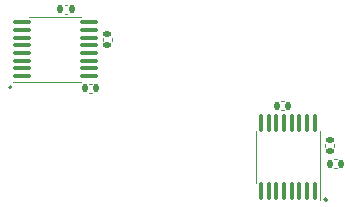
<source format=gbo>
G04 #@! TF.GenerationSoftware,KiCad,Pcbnew,(6.0.2-0)*
G04 #@! TF.CreationDate,2023-02-28T15:21:07-05:00*
G04 #@! TF.ProjectId,daughter_board,64617567-6874-4657-925f-626f6172642e,rev?*
G04 #@! TF.SameCoordinates,Original*
G04 #@! TF.FileFunction,Legend,Bot*
G04 #@! TF.FilePolarity,Positive*
%FSLAX46Y46*%
G04 Gerber Fmt 4.6, Leading zero omitted, Abs format (unit mm)*
G04 Created by KiCad (PCBNEW (6.0.2-0)) date 2023-02-28 15:21:07*
%MOMM*%
%LPD*%
G01*
G04 APERTURE LIST*
G04 Aperture macros list*
%AMRoundRect*
0 Rectangle with rounded corners*
0 $1 Rounding radius*
0 $2 $3 $4 $5 $6 $7 $8 $9 X,Y pos of 4 corners*
0 Add a 4 corners polygon primitive as box body*
4,1,4,$2,$3,$4,$5,$6,$7,$8,$9,$2,$3,0*
0 Add four circle primitives for the rounded corners*
1,1,$1+$1,$2,$3*
1,1,$1+$1,$4,$5*
1,1,$1+$1,$6,$7*
1,1,$1+$1,$8,$9*
0 Add four rect primitives between the rounded corners*
20,1,$1+$1,$2,$3,$4,$5,0*
20,1,$1+$1,$4,$5,$6,$7,0*
20,1,$1+$1,$6,$7,$8,$9,0*
20,1,$1+$1,$8,$9,$2,$3,0*%
%AMHorizOval*
0 Thick line with rounded ends*
0 $1 width*
0 $2 $3 position (X,Y) of the first rounded end (center of the circle)*
0 $4 $5 position (X,Y) of the second rounded end (center of the circle)*
0 Add line between two ends*
20,1,$1,$2,$3,$4,$5,0*
0 Add two circle primitives to create the rounded ends*
1,1,$1,$2,$3*
1,1,$1,$4,$5*%
%AMRotRect*
0 Rectangle, with rotation*
0 The origin of the aperture is its center*
0 $1 length*
0 $2 width*
0 $3 Rotation angle, in degrees counterclockwise*
0 Add horizontal line*
21,1,$1,$2,0,0,$3*%
G04 Aperture macros list end*
%ADD10C,0.150000*%
%ADD11C,0.120000*%
%ADD12C,3.800000*%
%ADD13R,1.000000X1.000000*%
%ADD14O,1.000000X1.000000*%
%ADD15C,0.650000*%
%ADD16O,2.100000X1.000000*%
%ADD17O,1.600000X1.000000*%
%ADD18RotRect,1.000000X1.000000X60.000000*%
%ADD19HorizOval,1.000000X0.000000X0.000000X0.000000X0.000000X0*%
%ADD20RoundRect,0.140000X-0.140000X-0.170000X0.140000X-0.170000X0.140000X0.170000X-0.140000X0.170000X0*%
%ADD21RoundRect,0.140000X0.170000X-0.140000X0.170000X0.140000X-0.170000X0.140000X-0.170000X-0.140000X0*%
%ADD22RoundRect,0.140000X0.140000X0.170000X-0.140000X0.170000X-0.140000X-0.170000X0.140000X-0.170000X0*%
%ADD23RoundRect,0.100000X-0.637500X-0.100000X0.637500X-0.100000X0.637500X0.100000X-0.637500X0.100000X0*%
%ADD24RoundRect,0.100000X0.100000X-0.637500X0.100000X0.637500X-0.100000X0.637500X-0.100000X-0.637500X0*%
G04 APERTURE END LIST*
D10*
X69024536Y-102160000D02*
G75*
G03*
X69024536Y-102160000I-134536J0D01*
G01*
X42286301Y-92640000D02*
G75*
G03*
X42286301Y-92640000I-106301J0D01*
G01*
D11*
X65102164Y-93850000D02*
X65317836Y-93850000D01*
X65102164Y-94570000D02*
X65317836Y-94570000D01*
X69580000Y-97707836D02*
X69580000Y-97492164D01*
X68860000Y-97707836D02*
X68860000Y-97492164D01*
X49077836Y-93110000D02*
X48862164Y-93110000D01*
X49077836Y-92390000D02*
X48862164Y-92390000D01*
X50040000Y-88727836D02*
X50040000Y-88512164D01*
X50760000Y-88727836D02*
X50760000Y-88512164D01*
X45990000Y-92165000D02*
X42390000Y-92165000D01*
X45990000Y-86695000D02*
X48190000Y-86695000D01*
X45990000Y-86695000D02*
X43790000Y-86695000D01*
X45990000Y-92165000D02*
X48190000Y-92165000D01*
X68415000Y-98580000D02*
X68415000Y-96380000D01*
X62945000Y-98580000D02*
X62945000Y-100780000D01*
X68415000Y-98580000D02*
X68415000Y-102180000D01*
X62945000Y-98580000D02*
X62945000Y-96380000D01*
X46987836Y-85690000D02*
X46772164Y-85690000D01*
X46987836Y-86410000D02*
X46772164Y-86410000D01*
X69797836Y-98750000D02*
X69582164Y-98750000D01*
X69797836Y-99470000D02*
X69582164Y-99470000D01*
%LPC*%
D12*
X84010000Y-103390000D03*
D13*
X66085000Y-104290000D03*
D14*
X67355000Y-104290000D03*
X68625000Y-104290000D03*
X69895000Y-104290000D03*
X71165000Y-104290000D03*
X72435000Y-104290000D03*
D15*
X45115000Y-97850000D03*
X45115000Y-103630000D03*
D16*
X45645000Y-105060000D03*
D17*
X41465000Y-96420000D03*
X41465000Y-105060000D03*
D16*
X45645000Y-96420000D03*
D13*
X40800000Y-94035000D03*
D14*
X40800000Y-92765000D03*
X40800000Y-91495000D03*
X40800000Y-90225000D03*
X40800000Y-88955000D03*
X40800000Y-87685000D03*
D18*
X45660369Y-80422500D03*
D19*
X46760221Y-81057500D03*
X47860074Y-81692500D03*
X48959926Y-82327500D03*
X50059778Y-82962500D03*
X51159630Y-83597500D03*
D18*
X66730000Y-92490000D03*
D19*
X67829852Y-93125000D03*
X68929705Y-93760000D03*
X70029557Y-94395000D03*
X71129409Y-95030000D03*
D13*
X58705000Y-104110000D03*
D14*
X57435000Y-104110000D03*
X56165000Y-104110000D03*
X54895000Y-104110000D03*
X53625000Y-104110000D03*
X52355000Y-104110000D03*
D12*
X41200000Y-78870000D03*
D20*
X64730000Y-94210000D03*
X65690000Y-94210000D03*
D21*
X69220000Y-98080000D03*
X69220000Y-97120000D03*
D22*
X49450000Y-92750000D03*
X48490000Y-92750000D03*
D21*
X50400000Y-89100000D03*
X50400000Y-88140000D03*
D23*
X43127500Y-91705000D03*
X43127500Y-91055000D03*
X43127500Y-90405000D03*
X43127500Y-89755000D03*
X43127500Y-89105000D03*
X43127500Y-88455000D03*
X43127500Y-87805000D03*
X43127500Y-87155000D03*
X48852500Y-87155000D03*
X48852500Y-87805000D03*
X48852500Y-88455000D03*
X48852500Y-89105000D03*
X48852500Y-89755000D03*
X48852500Y-90405000D03*
X48852500Y-91055000D03*
X48852500Y-91705000D03*
D24*
X67955000Y-101442500D03*
X67305000Y-101442500D03*
X66655000Y-101442500D03*
X66005000Y-101442500D03*
X65355000Y-101442500D03*
X64705000Y-101442500D03*
X64055000Y-101442500D03*
X63405000Y-101442500D03*
X63405000Y-95717500D03*
X64055000Y-95717500D03*
X64705000Y-95717500D03*
X65355000Y-95717500D03*
X66005000Y-95717500D03*
X66655000Y-95717500D03*
X67305000Y-95717500D03*
X67955000Y-95717500D03*
D22*
X47360000Y-86050000D03*
X46400000Y-86050000D03*
X70170000Y-99110000D03*
X69210000Y-99110000D03*
M02*

</source>
